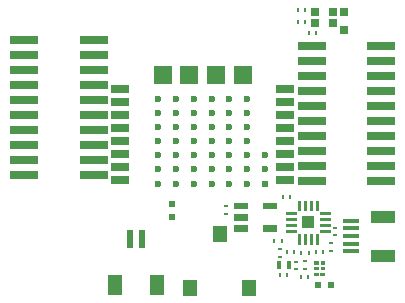
<source format=gbr>
G04 EAGLE Gerber RS-274X export*
G75*
%MOMM*%
%FSLAX34Y34*%
%LPD*%
%INSolderpaste Top*%
%IPPOS*%
%AMOC8*
5,1,8,0,0,1.08239X$1,22.5*%
G01*
%ADD10C,0.088500*%
%ADD11R,1.350000X0.400000*%
%ADD12R,2.100000X1.100000*%
%ADD13R,0.250000X0.350000*%
%ADD14R,0.350000X0.250000*%
%ADD15R,1.060000X1.060000*%
%ADD16C,0.065000*%
%ADD17R,1.200000X1.400000*%
%ADD18R,0.355600X0.660400*%
%ADD19R,0.800000X0.800000*%
%ADD20R,0.600000X0.500000*%
%ADD21C,0.075000*%
%ADD22R,0.500000X0.600000*%
%ADD23R,0.600000X1.550000*%
%ADD24R,1.200000X1.800000*%
%ADD25R,2.400000X0.760000*%
%ADD26R,1.500000X0.700000*%
%ADD27C,0.600000*%
%ADD28R,0.600000X0.600000*%
%ADD29R,1.500000X1.500000*%


D10*
X266561Y496084D02*
X266561Y501100D01*
X277777Y501100D01*
X277777Y496084D01*
X266561Y496084D01*
X266561Y496925D02*
X277777Y496925D01*
X277777Y497766D02*
X266561Y497766D01*
X266561Y498607D02*
X277777Y498607D01*
X277777Y499448D02*
X266561Y499448D01*
X266561Y500289D02*
X277777Y500289D01*
X291661Y482100D02*
X291661Y477084D01*
X291661Y482100D02*
X302877Y482100D01*
X302877Y477084D01*
X291661Y477084D01*
X291661Y477925D02*
X302877Y477925D01*
X302877Y478766D02*
X291661Y478766D01*
X291661Y479607D02*
X302877Y479607D01*
X302877Y480448D02*
X291661Y480448D01*
X291661Y481289D02*
X302877Y481289D01*
X266561Y486584D02*
X266561Y491600D01*
X277777Y491600D01*
X277777Y486584D01*
X266561Y486584D01*
X266561Y487425D02*
X277777Y487425D01*
X277777Y488266D02*
X266561Y488266D01*
X266561Y489107D02*
X277777Y489107D01*
X277777Y489948D02*
X266561Y489948D01*
X266561Y490789D02*
X277777Y490789D01*
X266561Y482100D02*
X266561Y477084D01*
X266561Y482100D02*
X277777Y482100D01*
X277777Y477084D01*
X266561Y477084D01*
X266561Y477925D02*
X277777Y477925D01*
X277777Y478766D02*
X266561Y478766D01*
X266561Y479607D02*
X277777Y479607D01*
X277777Y480448D02*
X266561Y480448D01*
X266561Y481289D02*
X277777Y481289D01*
X291661Y496084D02*
X291661Y501100D01*
X302877Y501100D01*
X302877Y496084D01*
X291661Y496084D01*
X291661Y496925D02*
X302877Y496925D01*
X302877Y497766D02*
X291661Y497766D01*
X291661Y498607D02*
X302877Y498607D01*
X302877Y499448D02*
X291661Y499448D01*
X291661Y500289D02*
X302877Y500289D01*
D11*
X366017Y459750D03*
X366017Y466250D03*
X366017Y472750D03*
X366017Y479250D03*
X366017Y485750D03*
D12*
X392767Y456250D03*
X392767Y489250D03*
D13*
X314702Y505531D03*
X308202Y505531D03*
D14*
X259926Y491611D03*
X259926Y498111D03*
D15*
X329697Y484482D03*
D16*
X336222Y494857D02*
X336222Y502807D01*
X338172Y502807D01*
X338172Y494857D01*
X336222Y494857D01*
X336222Y495474D02*
X338172Y495474D01*
X338172Y496091D02*
X336222Y496091D01*
X336222Y496708D02*
X338172Y496708D01*
X338172Y497325D02*
X336222Y497325D01*
X336222Y497942D02*
X338172Y497942D01*
X338172Y498559D02*
X336222Y498559D01*
X336222Y499176D02*
X338172Y499176D01*
X338172Y499793D02*
X336222Y499793D01*
X336222Y500410D02*
X338172Y500410D01*
X338172Y501027D02*
X336222Y501027D01*
X336222Y501644D02*
X338172Y501644D01*
X338172Y502261D02*
X336222Y502261D01*
X331222Y502807D02*
X331222Y494857D01*
X331222Y502807D02*
X333172Y502807D01*
X333172Y494857D01*
X331222Y494857D01*
X331222Y495474D02*
X333172Y495474D01*
X333172Y496091D02*
X331222Y496091D01*
X331222Y496708D02*
X333172Y496708D01*
X333172Y497325D02*
X331222Y497325D01*
X331222Y497942D02*
X333172Y497942D01*
X333172Y498559D02*
X331222Y498559D01*
X331222Y499176D02*
X333172Y499176D01*
X333172Y499793D02*
X331222Y499793D01*
X331222Y500410D02*
X333172Y500410D01*
X333172Y501027D02*
X331222Y501027D01*
X331222Y501644D02*
X333172Y501644D01*
X333172Y502261D02*
X331222Y502261D01*
X326222Y502807D02*
X326222Y494857D01*
X326222Y502807D02*
X328172Y502807D01*
X328172Y494857D01*
X326222Y494857D01*
X326222Y495474D02*
X328172Y495474D01*
X328172Y496091D02*
X326222Y496091D01*
X326222Y496708D02*
X328172Y496708D01*
X328172Y497325D02*
X326222Y497325D01*
X326222Y497942D02*
X328172Y497942D01*
X328172Y498559D02*
X326222Y498559D01*
X326222Y499176D02*
X328172Y499176D01*
X328172Y499793D02*
X326222Y499793D01*
X326222Y500410D02*
X328172Y500410D01*
X328172Y501027D02*
X326222Y501027D01*
X326222Y501644D02*
X328172Y501644D01*
X328172Y502261D02*
X326222Y502261D01*
X321222Y502807D02*
X321222Y494857D01*
X321222Y502807D02*
X323172Y502807D01*
X323172Y494857D01*
X321222Y494857D01*
X321222Y495474D02*
X323172Y495474D01*
X323172Y496091D02*
X321222Y496091D01*
X321222Y496708D02*
X323172Y496708D01*
X323172Y497325D02*
X321222Y497325D01*
X321222Y497942D02*
X323172Y497942D01*
X323172Y498559D02*
X321222Y498559D01*
X321222Y499176D02*
X323172Y499176D01*
X323172Y499793D02*
X321222Y499793D01*
X321222Y500410D02*
X323172Y500410D01*
X323172Y501027D02*
X321222Y501027D01*
X321222Y501644D02*
X323172Y501644D01*
X323172Y502261D02*
X321222Y502261D01*
X321222Y474107D02*
X321222Y466157D01*
X321222Y474107D02*
X323172Y474107D01*
X323172Y466157D01*
X321222Y466157D01*
X321222Y466774D02*
X323172Y466774D01*
X323172Y467391D02*
X321222Y467391D01*
X321222Y468008D02*
X323172Y468008D01*
X323172Y468625D02*
X321222Y468625D01*
X321222Y469242D02*
X323172Y469242D01*
X323172Y469859D02*
X321222Y469859D01*
X321222Y470476D02*
X323172Y470476D01*
X323172Y471093D02*
X321222Y471093D01*
X321222Y471710D02*
X323172Y471710D01*
X323172Y472327D02*
X321222Y472327D01*
X321222Y472944D02*
X323172Y472944D01*
X323172Y473561D02*
X321222Y473561D01*
X326222Y474107D02*
X326222Y466157D01*
X326222Y474107D02*
X328172Y474107D01*
X328172Y466157D01*
X326222Y466157D01*
X326222Y466774D02*
X328172Y466774D01*
X328172Y467391D02*
X326222Y467391D01*
X326222Y468008D02*
X328172Y468008D01*
X328172Y468625D02*
X326222Y468625D01*
X326222Y469242D02*
X328172Y469242D01*
X328172Y469859D02*
X326222Y469859D01*
X326222Y470476D02*
X328172Y470476D01*
X328172Y471093D02*
X326222Y471093D01*
X326222Y471710D02*
X328172Y471710D01*
X328172Y472327D02*
X326222Y472327D01*
X326222Y472944D02*
X328172Y472944D01*
X328172Y473561D02*
X326222Y473561D01*
X331222Y474107D02*
X331222Y466157D01*
X331222Y474107D02*
X333172Y474107D01*
X333172Y466157D01*
X331222Y466157D01*
X331222Y466774D02*
X333172Y466774D01*
X333172Y467391D02*
X331222Y467391D01*
X331222Y468008D02*
X333172Y468008D01*
X333172Y468625D02*
X331222Y468625D01*
X331222Y469242D02*
X333172Y469242D01*
X333172Y469859D02*
X331222Y469859D01*
X331222Y470476D02*
X333172Y470476D01*
X333172Y471093D02*
X331222Y471093D01*
X331222Y471710D02*
X333172Y471710D01*
X333172Y472327D02*
X331222Y472327D01*
X331222Y472944D02*
X333172Y472944D01*
X333172Y473561D02*
X331222Y473561D01*
X336222Y474107D02*
X336222Y466157D01*
X336222Y474107D02*
X338172Y474107D01*
X338172Y466157D01*
X336222Y466157D01*
X336222Y466774D02*
X338172Y466774D01*
X338172Y467391D02*
X336222Y467391D01*
X336222Y468008D02*
X338172Y468008D01*
X338172Y468625D02*
X336222Y468625D01*
X336222Y469242D02*
X338172Y469242D01*
X338172Y469859D02*
X336222Y469859D01*
X336222Y470476D02*
X338172Y470476D01*
X338172Y471093D02*
X336222Y471093D01*
X336222Y471710D02*
X338172Y471710D01*
X338172Y472327D02*
X336222Y472327D01*
X336222Y472944D02*
X338172Y472944D01*
X338172Y473561D02*
X336222Y473561D01*
X340072Y477957D02*
X348022Y477957D01*
X348022Y476007D01*
X340072Y476007D01*
X340072Y477957D01*
X340072Y476624D02*
X348022Y476624D01*
X348022Y477241D02*
X340072Y477241D01*
X340072Y477858D02*
X348022Y477858D01*
X348022Y482957D02*
X340072Y482957D01*
X348022Y482957D02*
X348022Y481007D01*
X340072Y481007D01*
X340072Y482957D01*
X340072Y481624D02*
X348022Y481624D01*
X348022Y482241D02*
X340072Y482241D01*
X340072Y482858D02*
X348022Y482858D01*
X348022Y487957D02*
X340072Y487957D01*
X348022Y487957D02*
X348022Y486007D01*
X340072Y486007D01*
X340072Y487957D01*
X340072Y486624D02*
X348022Y486624D01*
X348022Y487241D02*
X340072Y487241D01*
X340072Y487858D02*
X348022Y487858D01*
X348022Y492957D02*
X340072Y492957D01*
X348022Y492957D02*
X348022Y491007D01*
X340072Y491007D01*
X340072Y492957D01*
X340072Y491624D02*
X348022Y491624D01*
X348022Y492241D02*
X340072Y492241D01*
X340072Y492858D02*
X348022Y492858D01*
X319322Y492957D02*
X311372Y492957D01*
X319322Y492957D02*
X319322Y491007D01*
X311372Y491007D01*
X311372Y492957D01*
X311372Y491624D02*
X319322Y491624D01*
X319322Y492241D02*
X311372Y492241D01*
X311372Y492858D02*
X319322Y492858D01*
X319322Y487957D02*
X311372Y487957D01*
X319322Y487957D02*
X319322Y486007D01*
X311372Y486007D01*
X311372Y487957D01*
X311372Y486624D02*
X319322Y486624D01*
X319322Y487241D02*
X311372Y487241D01*
X311372Y487858D02*
X319322Y487858D01*
X319322Y482957D02*
X311372Y482957D01*
X319322Y482957D02*
X319322Y481007D01*
X311372Y481007D01*
X311372Y482957D01*
X311372Y481624D02*
X319322Y481624D01*
X319322Y482241D02*
X311372Y482241D01*
X311372Y482858D02*
X319322Y482858D01*
X319322Y477957D02*
X311372Y477957D01*
X319322Y477957D02*
X319322Y476007D01*
X311372Y476007D01*
X311372Y477957D01*
X311372Y476624D02*
X319322Y476624D01*
X319322Y477241D02*
X311372Y477241D01*
X311372Y477858D02*
X319322Y477858D01*
D13*
X311517Y458953D03*
X318017Y458953D03*
X335939Y459293D03*
X342439Y459293D03*
X307344Y468940D03*
X300844Y468940D03*
D14*
X352781Y473251D03*
X352781Y479751D03*
D17*
X229958Y429165D03*
X254958Y474165D03*
X279958Y429165D03*
D18*
X305036Y447911D03*
X313672Y447911D03*
D13*
X323719Y458445D03*
X330219Y458445D03*
D14*
X319329Y451182D03*
X319329Y444682D03*
D19*
X360236Y662335D03*
X360236Y647335D03*
X350502Y652752D03*
X335502Y652752D03*
D13*
X330163Y644314D03*
X336663Y644314D03*
X320958Y654215D03*
X327458Y654215D03*
D19*
X350649Y662290D03*
X335649Y662290D03*
D13*
X320719Y663854D03*
X327219Y663854D03*
D14*
X327228Y451232D03*
X327228Y444732D03*
X305521Y461463D03*
X305521Y454963D03*
X348767Y460120D03*
X348767Y466620D03*
D13*
X312109Y440093D03*
X305609Y440093D03*
D20*
X214015Y499761D03*
X214015Y488761D03*
D21*
X340095Y441699D02*
X343545Y441699D01*
X343545Y439449D01*
X340095Y439449D01*
X340095Y441699D01*
X340095Y440161D02*
X343545Y440161D01*
X343545Y440873D02*
X340095Y440873D01*
X340095Y441585D02*
X343545Y441585D01*
X343545Y446699D02*
X340195Y446699D01*
X343545Y446699D02*
X343545Y444449D01*
X340195Y444449D01*
X340195Y446699D01*
X340195Y445161D02*
X343545Y445161D01*
X343545Y445873D02*
X340195Y445873D01*
X340195Y446585D02*
X343545Y446585D01*
X343545Y451699D02*
X340195Y451699D01*
X343545Y451699D02*
X343545Y449449D01*
X340195Y449449D01*
X340195Y451699D01*
X340195Y450161D02*
X343545Y450161D01*
X343545Y450873D02*
X340195Y450873D01*
X340195Y451585D02*
X343545Y451585D01*
X337645Y451699D02*
X334295Y451699D01*
X337645Y451699D02*
X337645Y449449D01*
X334295Y449449D01*
X334295Y451699D01*
X334295Y450161D02*
X337645Y450161D01*
X337645Y450873D02*
X334295Y450873D01*
X334295Y451585D02*
X337645Y451585D01*
X337645Y446699D02*
X334295Y446699D01*
X337645Y446699D02*
X337645Y444449D01*
X334295Y444449D01*
X334295Y446699D01*
X334295Y445161D02*
X337645Y445161D01*
X337645Y445873D02*
X334295Y445873D01*
X334295Y446585D02*
X337645Y446585D01*
X337645Y441699D02*
X334295Y441699D01*
X337645Y441699D02*
X337645Y439449D01*
X334295Y439449D01*
X334295Y441699D01*
X334295Y440161D02*
X337645Y440161D01*
X337645Y440873D02*
X334295Y440873D01*
X334295Y441585D02*
X337645Y441585D01*
D13*
X323351Y438239D03*
X329851Y438239D03*
D22*
X337796Y431152D03*
X348796Y431152D03*
D23*
X179054Y469962D03*
X189054Y469962D03*
D24*
X166054Y431212D03*
X202054Y431212D03*
D25*
X88983Y638762D03*
X147983Y638762D03*
X88983Y626062D03*
X147983Y626062D03*
X88983Y613362D03*
X147983Y613362D03*
X88983Y600662D03*
X147983Y600662D03*
X88983Y587962D03*
X147983Y587962D03*
X88983Y575262D03*
X147983Y575262D03*
X88983Y562562D03*
X147983Y562562D03*
X88983Y549862D03*
X147983Y549862D03*
X88983Y537162D03*
X147983Y537162D03*
X88983Y524462D03*
X147983Y524462D03*
X332600Y633275D03*
X391600Y633275D03*
X332600Y620575D03*
X391600Y620575D03*
X332600Y607875D03*
X391600Y607875D03*
X332600Y595175D03*
X391600Y595175D03*
X332600Y582475D03*
X391600Y582475D03*
X332600Y569775D03*
X391600Y569775D03*
X332600Y557075D03*
X391600Y557075D03*
X332600Y544375D03*
X391600Y544375D03*
X332600Y531675D03*
X391600Y531675D03*
X332600Y518975D03*
X391600Y518975D03*
D26*
X170434Y597168D03*
X170434Y586168D03*
X170434Y575168D03*
X170434Y564168D03*
X170434Y553168D03*
X170434Y542168D03*
X170434Y531168D03*
X170434Y520168D03*
X310434Y520168D03*
X310434Y531168D03*
X310434Y542168D03*
X310434Y553168D03*
X310434Y564168D03*
X310434Y575168D03*
X310434Y586168D03*
X310434Y597168D03*
D27*
X217934Y589168D03*
X232934Y589168D03*
X247934Y589168D03*
X262934Y589168D03*
X217934Y577168D03*
X232934Y577168D03*
X247934Y577168D03*
X262934Y577168D03*
X217934Y565168D03*
X232934Y565168D03*
X247934Y565168D03*
X262934Y565168D03*
X217934Y553168D03*
X232934Y553168D03*
X247934Y553168D03*
X262934Y553168D03*
X217934Y541168D03*
X232934Y541168D03*
X247934Y541168D03*
X262934Y541168D03*
X217934Y529168D03*
X232934Y529168D03*
X247934Y529168D03*
X262934Y529168D03*
X202934Y589168D03*
X277934Y589168D03*
X217934Y517168D03*
X232934Y517168D03*
X247934Y517168D03*
X262934Y517168D03*
X277934Y577168D03*
X277934Y565168D03*
X277934Y553168D03*
X277934Y541168D03*
X277934Y529168D03*
X277934Y517168D03*
X202934Y577168D03*
X202934Y565168D03*
X202934Y553168D03*
X202934Y541168D03*
X202934Y529168D03*
X202934Y517168D03*
X292934Y541168D03*
X292934Y529168D03*
D28*
X292934Y517168D03*
D29*
X206684Y609168D03*
X229184Y609168D03*
X251684Y609168D03*
X274184Y609168D03*
M02*

</source>
